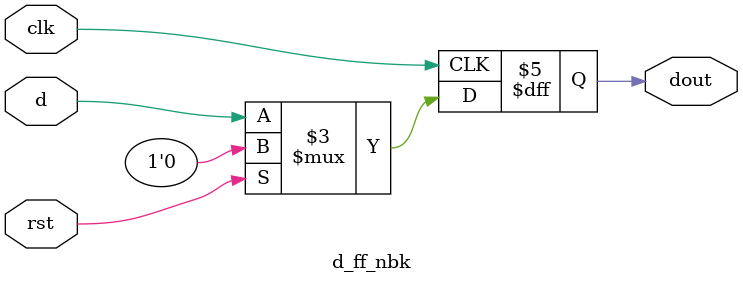
<source format=v>
module d_ff_nbk(clk,rst,d,dout);
    input clk,rst,d;
    output reg dout;
    always@ (posedge clk)
    begin
        if(rst)
            dout <= 1'b0;
        else
            dout <= d;
     end
endmodule

</source>
